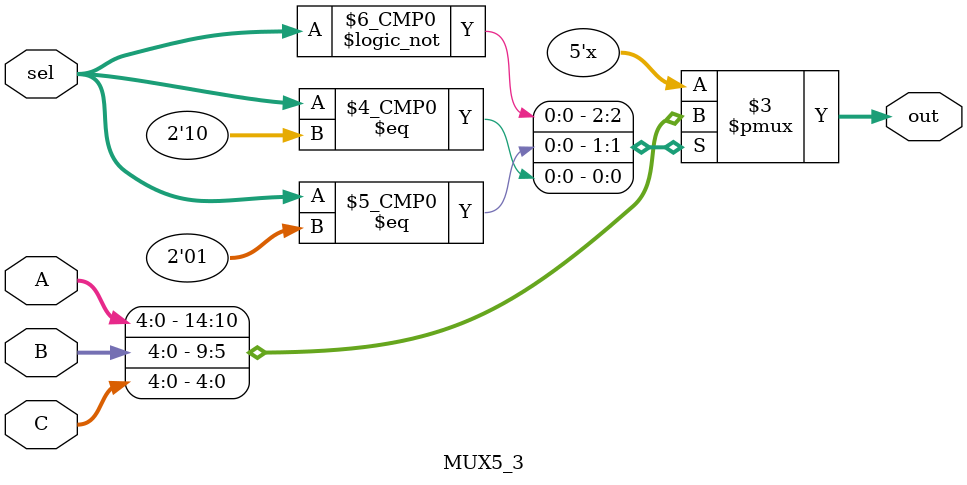
<source format=v>
`timescale 1ns / 1ps


module MUX5_2(
    input [4:0] A,
    input [4:0] B,
    input sel,
    output reg [4:0] out
    );
    always @(*)
    begin
        case(sel)
        1'b0:out = A;
        1'b1:out = B;
        endcase
    end
endmodule


module MUX32_2(
    input [31:0] A,
    input [31:0] B,
    input sel,
    output reg [31:0] out
    );
    always @(*)
    begin
        case(sel)
        1'b0:out = A;
        1'b1:out = B;
        endcase
    end
endmodule

module MUX32_3(
    input [31:0] A,
    input [31:0] B,
    input [31:0] C,
    input [1:0] sel,
    output reg [31:0] out
    );
    always @(*)
    begin
        case(sel)
        2'b00:out = A;
        2'b01:out = B;
        2'b10:out = C;
        endcase
    end
endmodule

module MUX32_5(
    input [31:0] A,
    input [31:0] B,
    input [31:0] C,
    input [31:0] D,
    input [31:0] E,
    input [2:0] sel,
    output reg [31:0] out
    );
    always @(*)
    begin
        case(sel)
        3'd0:out = A;
        3'd1:out = B;
        3'd2:out = C;
        3'd3:out = D;
        3'd4:out = E;
        endcase
    end
endmodule

module MUX5_3(
    input [4:0] A,
    input [4:0] B,
    input [4:0] C,
    input [1:0] sel,
    output reg [4:0] out
    );
    always @(*)
    begin
        case(sel)
        2'b00:out = A;
        2'b01:out = B;
        2'b10:out = C;
        endcase
    end
endmodule
</source>
